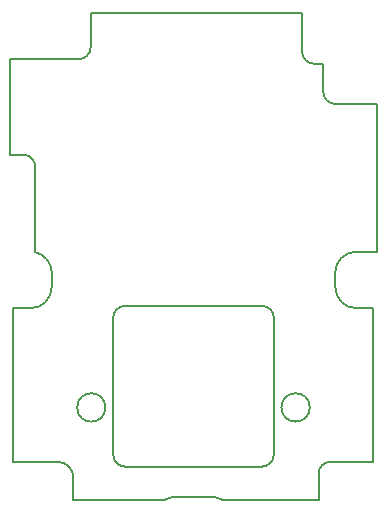
<source format=gm1>
%TF.GenerationSoftware,KiCad,Pcbnew,(5.1.12)-1*%
%TF.CreationDate,2023-02-20T19:38:16+01:00*%
%TF.ProjectId,SolarSensorTagEFM32,536f6c61-7253-4656-9e73-6f7254616745,rev?*%
%TF.SameCoordinates,Original*%
%TF.FileFunction,Profile,NP*%
%FSLAX46Y46*%
G04 Gerber Fmt 4.6, Leading zero omitted, Abs format (unit mm)*
G04 Created by KiCad (PCBNEW (5.1.12)-1) date 2023-02-20 19:38:16*
%MOMM*%
%LPD*%
G01*
G04 APERTURE LIST*
%TA.AperFunction,Profile*%
%ADD10C,0.200000*%
%TD*%
G04 APERTURE END LIST*
D10*
X9850000Y-10800000D02*
G75*
G03*
X9850000Y-10800000I-1200000J0D01*
G01*
X-7450000Y-10800000D02*
G75*
G03*
X-7450000Y-10800000I-1200000J0D01*
G01*
X6800000Y-14800000D02*
X6800000Y-3200000D01*
X6800000Y-14799998D02*
G75*
G02*
X5800000Y-15800000I-1000001J-1D01*
G01*
X-5800000Y-15800000D02*
X5800000Y-15800000D01*
X-5799998Y-15800000D02*
G75*
G02*
X-6800000Y-14800000I-1J1000001D01*
G01*
X-6800000Y-9000000D02*
X-6800000Y-14800000D01*
X-6800000Y-3200000D02*
X-6800000Y-9000000D01*
X-6799999Y-3200001D02*
G75*
G02*
X-5800000Y-2200000I1000000J1D01*
G01*
X5800000Y-2200000D02*
X-5800000Y-2200000D01*
X5799999Y-2199999D02*
G75*
G02*
X6800000Y-3200000I0J-1000001D01*
G01*
X-15500000Y18700000D02*
X-9699999Y18700000D01*
X-15500000Y10600000D02*
X-15500000Y18700000D01*
X-14400000Y10600000D02*
X-15500000Y10600000D01*
X-14400001Y10599999D02*
G75*
G02*
X-13400000Y9600000I1J-1000000D01*
G01*
X-13400000Y2354992D02*
X-13400000Y9600000D01*
X-13399999Y2354991D02*
G75*
G02*
X-12000000Y599999I-400000J-1754992D01*
G01*
X-12000000Y-599999D02*
X-12000000Y599999D01*
X-12000000Y-599999D02*
G75*
G02*
X-13800000Y-2399999I-1800000J0D01*
G01*
X-15240000Y-2399999D02*
X-13800000Y-2399999D01*
X-15240000Y-15400000D02*
X-15240000Y-2399999D01*
X-11492306Y-15400000D02*
X-15240000Y-15400000D01*
X-11492306Y-15400000D02*
G75*
G02*
X-10160000Y-16732306I0J-1332306D01*
G01*
X-10160000Y-18600000D02*
X-10160000Y-16732306D01*
X-2400000Y-18600000D02*
X-10160000Y-18600000D01*
X-2400000Y-18600001D02*
G75*
G02*
X-1800000Y-18400000I600001J-799999D01*
G01*
X1800000Y-18400000D02*
X-1800000Y-18400000D01*
X1800000Y-18399999D02*
G75*
G02*
X2400000Y-18600000I-1J-1000001D01*
G01*
X10600000Y-18600000D02*
X2400000Y-18600000D01*
X10600000Y-16399999D02*
X10600000Y-18600000D01*
X10600000Y-16400000D02*
G75*
G02*
X11600000Y-15400000I1000000J0D01*
G01*
X15240000Y-15400000D02*
X11600000Y-15400000D01*
X15240000Y-2399999D02*
X15240000Y-15400000D01*
X13800000Y-2399999D02*
X15240000Y-2399999D01*
X13800000Y-2399999D02*
G75*
G02*
X12000000Y-599999I0J1800000D01*
G01*
X12000000Y599999D02*
X12000000Y-599999D01*
X11999999Y600000D02*
G75*
G02*
X13800000Y2399999I1800000J-1D01*
G01*
X15500000Y2399999D02*
X13800000Y2399999D01*
X15500000Y14900000D02*
X15500000Y2399999D01*
X12000000Y14900000D02*
X15500000Y14900000D01*
X12000000Y14900000D02*
G75*
G02*
X11000000Y15900000I0J1000000D01*
G01*
X11000000Y18300000D02*
X11000000Y15900000D01*
X10200000Y18300000D02*
X11000000Y18300000D01*
X10200000Y18300000D02*
G75*
G02*
X9200000Y19300000I0J1000000D01*
G01*
X9200000Y22600000D02*
X9200000Y19300000D01*
X-8699999Y22600000D02*
X9200000Y22600000D01*
X-8699999Y19700000D02*
X-8699999Y22600000D01*
X-8699999Y19700000D02*
G75*
G02*
X-9699999Y18700000I-1000000J0D01*
G01*
M02*

</source>
